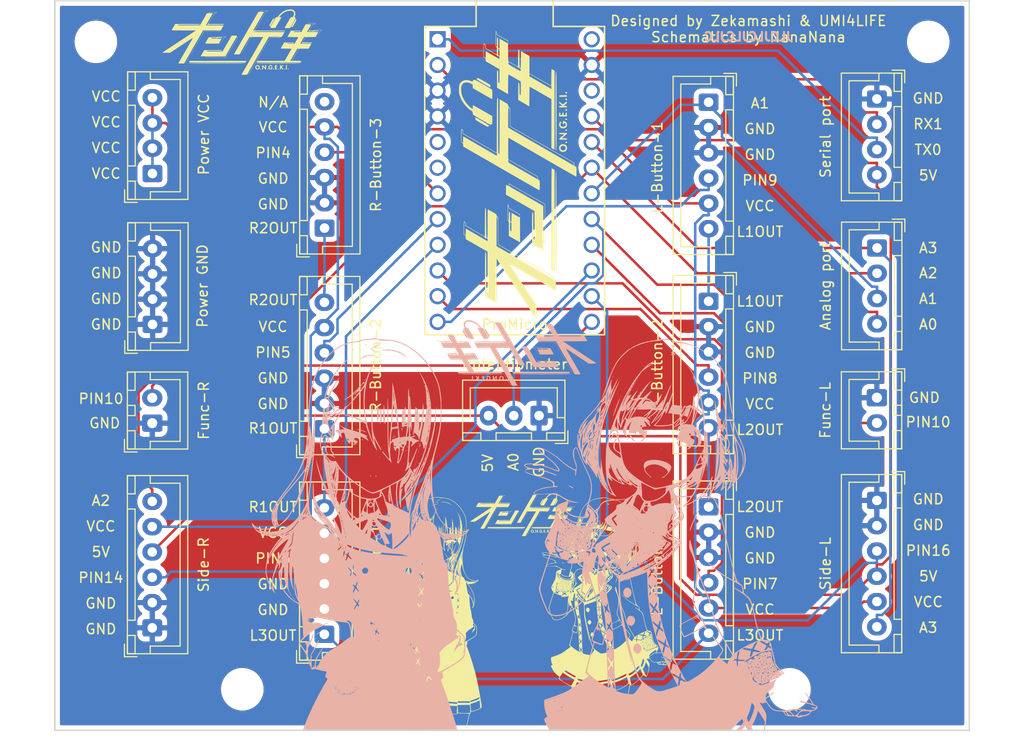
<source format=kicad_pcb>
(kicad_pcb (version 20211014) (generator pcbnew)
  (layers (0 "F.Cu" signal) (31 "B.Cu" signal) (34 "B.Paste" user) (35 "F.Paste" user) (36 "B.SilkS" user "B.Silkscreen") (37 "F.SilkS" user "F.Silkscreen") (38 "B.Mask" user) (39 "F.Mask" user) (44 "Edge.Cuts" user))
  (net 0 "")
  (net 1 "TX0")
  (net 2 "A1")
  (net 3 "EX_VCC")
  (net 4 "PIN9")
  (net 5 "PIN8")
  (net 6 "PIN7")
  (net 7 "PIN6")
  (net 8 "PIN5")
  (net 9 "PIN4")
  (net 10 "L1OUT")
  (net 11 "GND")
  (net 12 "L2OUT")
  (net 13 "L3OUT")
  (net 14 "R1OUT")
  (net 15 "R2OUT")
  (net 16 "A0")
  (net 17 "PIN3")
  (net 18 "PIN10")
  (net 19 "PIN14")
  (net 20 "PIN15")
  (net 21 "A3")
  (net 22 "A2")
  (net 23 "RX1")
  (net 24 "PIN16")
  (net 25 "5V")
  (footprint "Connector_JST:JST_XH_B2B-XH-A_1x02_P2.50mm_Vertical" (layer "F.Cu") (at 118.11 79.375 -90)
    (fp_text reference "Func-L" (at 1.25 5.097 90) (layer "F.SilkS"))
    (fp_text value "Func-L")
    (fp_text user "PIN10" (at 2.413 -5.063 unlocked) (layer "F.SilkS"))
    (fp_text user "GND" (at 0 -4.699 unlocked) (layer "F.SilkS"))
    (pad "1" thru_hole roundrect (at 0 0 270) (size 1.7 2) (drill 1) (layers *.Cu *.Mask) (roundrect_rratio 0.1470588235) (net 11 "GND"))
    (pad "2" thru_hole oval (at 2.5 0 270) (size 1.7 2) (drill 1) (layers *.Cu *.Mask) (net 20 "PIN15"))
  )
  (footprint "Connector_JST:JST_XH_B6B-XH-A_1x06_P2.50mm_Vertical" (layer "F.Cu") (at 118.11 89.535 -90)
    (fp_text reference "Side-L" (at 6.25 5.08 90) (layer "F.SilkS"))
    (fp_text value "Side-L")
    (fp_text user "5V" (at 7.5 -5.08 unlocked) (layer "F.SilkS"))
    (fp_text user "GND" (at 2.42 -5.08 unlocked) (layer "F.SilkS"))
    (fp_text user "PIN16" (at 4.96 -5.08 unlocked) (layer "F.SilkS"))
    (fp_text user "GND" (at -0.12 -5.08 unlocked) (layer "F.SilkS"))
    (fp_text user "VCC" (at 10.04 -5.08 unlocked) (layer "F.SilkS"))
    (fp_text user "A3" (at 12.58 -5.08 unlocked) (layer "F.SilkS"))
    (pad "1" thru_hole roundrect (at 0 0 270) (size 1.7 1.95) (drill 0.95) (layers *.Cu *.Mask) (roundrect_rratio 0.1470588235) (net 11 "GND"))
    (pad "2" thru_hole oval (at 2.5 0 270) (size 1.7 1.95) (drill 0.95) (layers *.Cu *.Mask) (net 11 "GND"))
    (pad "3" thru_hole oval (at 5 0 270) (size 1.7 1.95) (drill 0.95) (layers *.Cu *.Mask) (net 24 "PIN16"))
    (pad "4" thru_hole oval (at 7.5 0 270) (size 1.7 1.95) (drill 0.95) (layers *.Cu *.Mask) (net 25 "5V"))
    (pad "5" thru_hole oval (at 10 0 270) (size 1.7 1.95) (drill 0.95) (layers *.Cu *.Mask) (net 3 "EX_VCC"))
    (pad "6" thru_hole oval (at 12.5 0 270) (size 1.7 1.95) (drill 0.95) (layers *.Cu *.Mask) (net 21 "A3"))
  )
  (footprint "Connector_JST:JST_XH_B4B-XH-A_1x04_P2.50mm_Vertical" (layer "F.Cu") (at 46.482 57.217 90)
    (fp_text reference "Power VCC" (at 3.877 5.08 270) (layer "F.SilkS"))
    (fp_text value "Power VCC")
    (fp_text user "VCC" (at 0 -4.572 unlocked) (layer "F.SilkS"))
    (fp_text user "VCC" (at 5.08 -4.572 unlocked) (layer "F.SilkS"))
    (fp_text user "VCC" (at 2.54 -4.572 unlocked) (layer "F.SilkS"))
    (fp_text user "VCC" (at 7.62 -4.572 unlocked) (layer "F.SilkS"))
    (pad "1" thru_hole roundrect (at 0 0 90) (size 1.7 1.95) (drill 0.95) (layers *.Cu *.Mask) (roundrect_rratio 0.1470588235) (net 3 "EX_VCC"))
    (pad "2" thru_hole oval (at 2.5 0 90) (size 1.7 1.95) (drill 0.95) (layers *.Cu *.Mask) (net 3 "EX_VCC"))
    (pad "3" thru_hole oval (at 5 0 90) (size 1.7 1.95) (drill 0.95) (layers *.Cu *.Mask) (net 3 "EX_VCC"))
    (pad "4" thru_hole oval (at 7.5 0 90) (size 1.7 1.95) (drill 0.95) (layers *.Cu *.Mask) (net 3 "EX_VCC"))
  )
  (footprint "MountingHole:MountingHole_3.2mm_M3" (layer "F.Cu") (at 109.474 108.204)
    (fp_text reference "REF5**" hide)
    (fp_text value "MountingHole_3.2mm_M3")
    (pad "" np_thru_hole circle (at 0 0) (size 3.2 3.2) (drill 3.2) (layers *.Cu *.Mask))
  )
  (footprint "LOGO" (layer "F.Cu") (at 83.058 90.932)
    (fp_text reference "G***" hide)
    (fp_text value "LOGO" hide)
  )
  (footprint "Connector_JST:JST_XH_B6B-XH-A_1x06_P2.50mm_Vertical" (layer "F.Cu") (at 63.483 102.77 90)
    (fp_text reference "R-Button-1" (at 6.25 5.08 90) (layer "F.SilkS"))
    (fp_text value "R-Button-1")
    (fp_text user "GND" (at 2.42 -5.08 unlocked) (layer "F.SilkS"))
    (fp_text user "VCC" (at 10.04 -5.08 unlocked) (layer "F.SilkS"))
    (fp_text user "R1OUT" (at 12.58 -5.08 unlocked) (layer "F.SilkS"))
    (fp_text user "GND" (at 4.96 -5.08 unlocked) (layer "F.SilkS"))
    (fp_text user "PIN6" (at 7.5 -5.08 unlocked) (layer "F.SilkS"))
    (fp_text user "L3OUT" (at -0.12 -5.08 unlocked) (layer "F.SilkS"))
    (pad "2" thru_hole oval (at 2.5 0 90) (size 1.7 1.95) (drill 0.95) (layers *.Cu *.Mask) (net 11 "GND"))
    (pad "3" thru_hole oval (at 5 0 90) (size 1.7 1.95) (drill 0.95) (layers *.Cu *.Mask) (net 11 "GND"))
    (pad "4" thru_hole oval (at 7.5 0 90) (size 1.7 1.95) (drill 0.95) (layers *.Cu *.Mask) (net 7 "PIN6"))
    (pad "5" thru_hole oval (at 10 0 90) (size 1.7 1.95) (drill 0.95) (layers *.Cu *.Mask) (net 3 "EX_VCC"))
    (pad "6" thru_hole oval (at 12.5 0 90) (size 1.7 1.95) (drill 0.95) (layers *.Cu *.Mask) (net 14 "R1OUT"))
    (pad "L3OUT" thru_hole roundrect (at 0 0 90) (size 1.7 1.95) (drill 0.95) (layers *.Cu *.Mask) (roundrect_rratio 0.1470588235) (net 13 "L3OUT"))
  )
  (footprint "Connector_JST:JST_XH_B6B-XH-A_1x06_P2.50mm_Vertical" (layer "F.Cu") (at 46.465 102.135 90)
    (fp_text reference "Side-R" (at 6.25 5.08 90) (layer "F.SilkS"))
    (fp_text value "Side-R")
    (fp_text user "GND" (at 2.42 -5.08 unlocked) (layer "F.SilkS"))
    (fp_text user "GND" (at -0.12 -5.08 unlocked) (layer "F.SilkS"))
    (fp_text user "PIN14" (at 4.96 -5.08 unlocked) (layer "F.SilkS"))
    (fp_text user "VCC" (at 10.04 -5.08 unlocked) (layer "F.SilkS"))
    (fp_text user "A2" (at 12.58 -5.08 unlocked) (layer "F.SilkS"))
    (fp_text user "5V" (at 7.5 -5.08 unlocked) (layer "F.SilkS"))
    (pad "1" thru_hole roundrect (at 0 0 90) (size 1.7 1.95) (drill 0.95) (layers *.Cu *.Mask) (roundrect_rratio 0.1470588235) (net 11 "GND"))
    (pad "2" thru_hole oval (at 2.5 0 90) (size 1.7 1.95) (drill 0.95) (layers *.Cu *.Mask) (net 11 "GND"))
    (pad "3" thru_hole oval (at 5 0 90) (size 1.7 1.95) (drill 0.95) (layers *.Cu *.Mask) (net 19 "PIN14"))
    (pad "4" thru_hole oval (at 7.5 0 90) (size 1.7 1.95) (drill 0.95) (layers *.Cu *.Mask) (net 25 "5V"))
    (pad "5" thru_hole oval (at 10 0 90) (size 1.7 1.95) (drill 0.95) (layers *.Cu *.Mask) (net 3 "EX_VCC"))
    (pad "6" thru_hole oval (at 12.5 0 90) (size 1.7 1.95) (drill 0.95) (layers *.Cu *.Mask) (net 22 "A2"))
  )
  (footprint "Library:ProMicro-EnforcedTop" (layer "F.Cu") (at 82.296 57.912 -90)
    (fp_text reference "ProMicro" (at 14.224 0 180) (layer "F.SilkS"))
    (fp_text value "ProMicro")
    (pad "2" thru_hole circle locked (at -3.81 7.62 270) (size 1.6 1.6) (drill 1.1) (layers *.Cu "B.Mask"))
    (pad "3" thru_hole circle locked (at -1.27 7.62 270) (size 1.6 1.6) (drill 1.1) (layers *.Cu "B.Mask") (net 17 "PIN3"))
    (pad "4" thru_hole circle locked (at 1.27 7.62 270) (size 1.6 1.6) (drill 1.1) (layers *.Cu "B.Mask") (net 9 "PIN4"))
    (pad "5" thru_hole circle locked (at 3.81 7.62 270) (size 1.6 1.6) (drill 1.1) (layers *.Cu "B.Mask") (net 8 "PIN5"))
    (pad "5V" thru_hole circle locked (at -6.35 -7.62 270) (size 1.6 1.6) (drill 1.1) (layers *.Cu "B.Mask") (net 25 "5V"))
    (pad "6" thru_hole circle locked (at 6.35 7.62 270) (size 1.6 1.6) (drill 1.1) (layers *.Cu "B.Mask") (net 7 "PIN6"))
    (pad "7" thru_hole circle locked (at 8.89 7.62 270) (size 1.6 1.6) (drill 1.1) (layers *.Cu "B.Mask") (net 6 "PIN7"))
    (pad "9" thru_hole circle locked (at 13.97 7.62 270) (size 1.6 1.6) (drill 1.1) (layers *.Cu "B.Mask") (net 4 "PIN9"))
    (pad "10" thru_hole circle locked (at 13.97 -7.62 270) (size 1.6 1.6) (drill 1.1) (layers *.Cu "B.Mask") (net 18 "PIN10"))
    (pad "14" thru_hole circle locked (at 8.89 -7.62 270) (size 1.6 1.6) (drill 1.1) (layers *.Cu "B.Mask") (net 19 "PIN14"))
    (pad "15" thru_hole circle locked (at 6.35 -7.62 270) (size 1.6 1.6) (drill 1.1) (layers *.Cu "B.Mask") (net 20 "PIN15"))
    (pad "16" thru_hole circle locked (at 11.43 -7.62 270) (size 1.6 1.6) (drill 1.1) (layers *.Cu "B.Mask") (net 24 "PIN16"))
    (pad "A0" thru_hole circle locked (at 3.81 -7.62 270) (size 1.6 1.6) (drill 1.1) (layers *.Cu "B.Mask") (net 16 "A0"))
    (pad "A1" thru_hole circle locked (at 1.27 -7.62 270) (size 1.6 1.6) (drill 1.1) (layers *.Cu "B.Mask") (net 2 "A1"))
    (pad "A2" thru_hole circle locked (at -1.27 -7.62 270) (size 1.6 1.6) (drill 1.1) (layers *.Cu "B.Mask") (net 22 "A2"))
    (pad "A3" thru_hole circle locked (at -3.81 -7.62 270) (size 1.6 1.6) (drill 1.1) (layers *.Cu "B.Mask") (net 21 "A3"))
    (pad "GND" thru_hole circle locked (at -8.89 7.62 270) (size 1.6 1.6) (drill 1.1) (layers *.Cu "B.Mask") (net 11 "GND"))
    (pad "GND" thru_hole circle locked (at -6.35 7.62 270) (size 1.6 1.6) (drill 1.1) (layers *.Cu "B.Mask") (net 11 "GND"))
    (pad "GND" thru_hole circle locked (at -11.43 -7.62 270) (size 1.6 1.6) (drill 1.1) (layers *.Cu "B.Mask") (net 11 "GND"))
    (pad "PIN8" thru_hole circle locked (at 11.43 7.62 270) (size 1.6 1.6) (drill 1.1) (layers *.Cu "B.Mask") (net 5 "PIN8"))
    (pad "RAW" thru_hole circle locked (at -13.97 -7.62 270) (size 1.6 1.6) (drill 1.1) (layers *.Cu "B.Mask"))
    (pad "RST" thru_hole circle locked (at -8.89 -7.62 270) (size 1.6 1.6) (drill 1.1) (layers *.Cu "B.Mask"))
    (pad "RX1" thru_hole circle locked (at -11.43 7.62 270) (size 1.6 1.6) (drill 1.1) (layers *.Cu "B.Mask") (net 23 "RX1"))
    (pad "TX0" thru_hole rect locked (at -13.97 7.62 270) (size 1.6 1.6) (drill 1.1) (layers *.Cu "B.Mask") (net 1 "TX0"))
  )
  (footprint "Connector_JST:JST_XH_B3B-XH-A_1x03_P2.50mm_Vertical" (layer "F.Cu") (at 84.709 81.153 180)
    (fp_text reference "Potentiometer" (at 2.413 5.08) (layer "F.SilkS"))
    (fp_text value "Potentiometer")
    (fp_text user "GND" (at 0 -4.572 90 unlocked) (layer "F.SilkS"))
    (fp_text user "5V" (at 5.08 -4.699 90 unlocked) (layer "F.SilkS"))
    (fp_text user "A0" (at 2.54 -4.572 90 unlocked) (layer "F.SilkS"))
    (pad "2" thru_hole oval (at 2.5 0 180) (size 1.7 1.95) (drill 0.95) (layers *.Cu *.Mask) (net 16 "A0"))
    (pad "3" thru_hole oval (at 5 0 180) (size 1.7 1.95) (drill 0.95) (layers *.Cu *.Mask) (net 25 "5V"))
    (pad "gn" thru_hole roundrect (at 0 0 180) (size 1.7 1.95) (drill 0.95) (layers *.Cu *.Mask) (roundrect_rratio 0.1470588235) (net 11 "GND"))
  )
  (footprint "Connector_JST:JST_XH_B6B-XH-A_1x06_P2.50mm_Vertical" (layer "F.Cu") (at 101.473 50.165 -90)
    (fp_text reference "L-Button-1" (at 6.45 5.08 90) (layer "F.SilkS"))
    (fp_text value "L-Button-1")
    (fp_text user "GND" (at 5.18 -5.08 unlocked) (layer "F.SilkS"))
    (fp_text user "A1" (at 0.1 -5.08 unlocked) (layer "F.SilkS"))
    (fp_text user "PIN9" (at 7.72 -5.08 unlocked) (layer "F.SilkS"))
    (fp_text user "L1OUT" (at 12.8 -5.08 unlocked) (layer "F.SilkS"))
    (fp_text user "VCC" (at 10.26 -5.08 unlocked) (layer "F.SilkS"))
    (fp_text user "GND" (at 2.64 -5.08 unlocked) (layer "F.SilkS"))
    (pad "1" thru_hole roundrect (at 0 0 270) (size 1.7 1.95) (drill 0.95) (layers *.Cu *.Mask) (roundrect_rratio 0.1470588235) (net 2 "A1"))
    (pad "2" thru_hole oval (at 2.5 0 270) (size 1.7 1.95) (drill 0.95) (layers *.Cu *.Mask) (net 11 "GND"))
    (pad "3" thru_hole oval (at 5 0 270) (size 1.7 1.95) (drill 0.95) (layers *.Cu *.Mask) (net 11 "GND"))
    (pad "4" thru_hole oval (at 7.5 0 270) (size 1.7 1.95) (drill 0.95) (layers *.Cu *.Mask) (net 4 "PIN9"))
    (pad "5" thru_hole oval (at 10 0 270) (size 1.7 1.95) (drill 0.95) (layers *.Cu *.Mask) (net 3 "EX_VCC"))
    (pad "6" thru_hole oval (at 12.5 0 270) (size 1.7 1.95) (drill 0.95) (layers *.Cu *.Mask) (net 10 "L1OUT"))
  )
  (footprint "MountingHole:MountingHole_3.2mm_M3" (layer "F.Cu") (at 40.894 44.196)
    (fp_text reference "REF1**" hide)
    (fp_text value "MountingHole_3.2mm_M3")
    (pad "" np_thru_hole circle (at 0 0) (size 3.2 3.2) (drill 3.2) (layers *.Cu *.Mask))
  )
  (footprint "Connector_JST:JST_XH_B6B-XH-A_1x06_P2.50mm_Vertical" (layer "F.Cu") (at 63.5 62.611 90)
    (fp_text reference "R-Button-3" (at 6.25 5.08 270) (layer "F.SilkS"))
    (fp_text value "R-Button-3")
    (fp_text user "R2OUT" (at 0 -5.08 unlocked) (layer "F.SilkS"))
    (fp_text user "VCC" (at 9.98 -5.08 unlocked) (layer "F.SilkS"))
    (fp_text user "N/A" (at 12.446 -5.08 unlocked) (layer "F.SilkS"))
    (fp_text user "GND" (at 2.36 -5.08 unlocked) (layer "F.SilkS"))
    (fp_text user "GND" (at 4.9 -5.08 unlocked) (layer "F.SilkS"))
    (fp_text user "PIN4" (at 7.44 -5.08 unlocked) (layer "F.SilkS"))
    (pad "1" thru_hole roundrect (at 0 0 90) (size 1.7 1.95) (drill 0.95) (layers *.Cu *.Mask) (roundrect_rratio 0.1470588235) (net 15 "R2OUT"))
    (pad "2" thru_hole oval (at 2.5 0 90) (size 1.7 1.95) (drill 0.95) (layers *.Cu *.Mask) (net 11 "GND"))
    (pad "3" thru_hole oval (at 5 0 90) (size 1.7 1.95) (drill 0.95) (layers *.Cu *.Mask) (net 11 "GND"))
    (pad "4" thru_hole oval (at 7.5 0 90) (size 1.7 1.95) (drill 0.95) (layers *.Cu *.Mask) (net 9 "PIN4"))
    (pad "5" thru_hole oval (at 10 0 90) (size 1.7 1.95) (drill 0.95) (layers *.Cu *.Mask) (net 3 "EX_VCC"))
    (pad "6" thru_hole oval (at 12.5 0 90) (size 1.7 1.95) (drill 0.95) (layers *.Cu *.Mask))
  )
  (footprint "LOGO" (layer "F.Cu") (at 82.55 57.404 90)
    (fp_text reference "ongeki-front-lg" hide)
    (fp_text value "LOGO" hide)
  )
  (footprint "MountingHole:MountingHole_3.2mm_M3" (layer "F.Cu") (at 55.372 108.204)
    (fp_text reference "REF4**" hide)
    (fp_text value "MountingHole_3.2mm_M3")
    (pad "" np_thru_hole circle (at 0 0) (size 3.2 3.2) (drill 3.2) (layers *.Cu *.Mask))
  )
  (footprint "MountingHole:MountingHole_3.2mm_M3" (layer "F.Cu") (at 123.19 44.196)
    (fp_text reference "REF2**" hide)
    (fp_text value "MountingHole_3.2mm_M3")
    (pad "" np_thru_hole circle (at 0 0) (size 3.2 3.2) (drill 3.2) (layers *.Cu *.Mask))
  )
  (footprint "Connector_JST:JST_XH_B6B-XH-A_1x06_P2.50mm_Vertical" (layer "F.Cu") (at 63.483 82.45 90)
    (fp_text reference "R-Button-2" (at 6.25 5.08 90) (layer "F.SilkS"))
    (fp_text value "R-Button-2")
    (fp_text user "VCC" (at 10.08 -5.08 unlocked) (layer "F.SilkS"))
    (fp_text user "R1OUT" (at 0.04 -5.08 unlocked) (layer "F.SilkS"))
    (fp_text user "GND" (at 5 -5.08 unlocked) (layer "F.SilkS"))
    (fp_text user "GND" (at 2.46 -5.08 unlocked) (layer "F.SilkS"))
    (fp_text user "PIN5" (at 7.54 -5.08 unlocked) (layer "F.SilkS"))
    (fp_text user "R2OUT" (at 12.74 -5.08 unlocked) (layer "F.SilkS"))
    (pad "1" thru_hole roundrect (at 0 0 90) (size 1.7 1.95) (drill 0.95) (layers *.Cu *.Mask) (roundrect_rratio 0.1470588235) (net 14 "R1OUT"))
    (pad "2" thru_hole oval (at 2.5 0 90) (size 1.7 1.95) (drill 0.95) (layers *.Cu *.Mask) (net 11 "GND"))
    (pad "3" thru_hole oval (at 5 0 90) (size 1.7 1.95) (drill 0.95) (layers *.Cu *.Mask) (net 11 "GND"))
    (pad "4" thru_hole oval (at 7.5 0 90) (size 1.7 1.95) (drill 0.95) (layers *.Cu *.Mask) (net 8 "PIN5"))
    (pad "5" thru_hole oval (at 10 0 90) (size 1.7 1.95) (drill 0.95) (layers *.Cu *.Mask) (net 3 "EX_VCC"))
    (pad "6" thru_hole oval (at 12.5 0 90) (size 1.7 1.95) (drill 0.95) (layers *.Cu *.Mask) (net 15 "R2OUT"))
  )
  (footprint "Connector_JST:JST_XH_B4B-XH-A_1x04_P2.50mm_Vertical" (layer "F.Cu") (at 46.499 72.136 90)
    (fp_text reference "Power GND" (at 3.81 4.936 270) (layer "F.SilkS"))
    (fp_text value "Power GND")
    (fp_text user "GND" (at 5.08 -4.589 unlocked) (layer "F.SilkS"))
    (fp_text user "GND" (at 0 -4.589 unlocked) (layer "F.SilkS"))
    (fp_text user "GND" (at 7.62 -4.589 unlocked) (layer "F.SilkS"))
    (fp_text user "GND" (at 2.54 -4.589 unlocked) (layer "F.SilkS"))
    (pad "1" thru_hole roundrect (at 0 0 90) (size 1.7 1.95) (drill 0.95) (layers *.Cu *.Mask) (roundrect_rratio 0.1470588235) (net 11 "GND"))
    (pad "2" thru_hole oval (at 2.5 0 90) (size 1.7 1.95) (drill 0.95) (layers *.Cu *.Mask) (net 11 "GND"))
    (pad "3" thru_hole oval (at 5 0 90) (size 1.7 1.95) (drill 0.95) (layers *.Cu *.Mask) (net 11 "GND"))
    (pad "4" thru_hole oval (at 7.5 0 90) (size 1.7 1.95) (drill 0.95) (layers *.Cu *.Mask) (net 11 "GND"))
  )
  (footprint "Connector_JST:JST_XH_B4B-XH-A_1x04_P2.50mm_Vertical" (layer "F.Cu") (at 118.127 64.576 -90)
    (fp_text reference "Analog port" (at 3.75 5.097 90) (layer "F.SilkS"))
    (fp_text value "Analog port")
    (fp_text user "A2" (at 2.48 -5.063 unlocked) (layer "F.SilkS"))
    (fp_text user "A0" (at 7.56 -5.063 unlocked) (layer "F.SilkS"))
    (fp_text user "A3" (at 0 -5.063 unlocked) (layer "F.SilkS"))
    (fp_text user "A1" (at 5.02 -5.063 unlocked) (layer "F.SilkS"))
    (pad "1" thru_hole roundrect (at 0 0 270) (size 1.7 1.95) (drill 0.95) (layers *.Cu *.Mask) (roundrect_rratio 0.1470588235) (net 21 "A3"))
    (pad "2" thru_hole oval (at 2.5 0 270) (size 1.7 1.95) (drill 0.95) (layers *.Cu *.Mask) (net 22 "A2"))
    (pad "3" thru_hole oval (at 5 0 270) (size 1.7 1.95) (drill 0.95) (layers *.Cu *.Mask) (net 2 "A1"))
    (pad "4" thru_hole oval (at 7.5 0 270) (size 1.7 1.95) (drill 0.95) (layers *.Cu *.Mask) (net 16 "A0"))
  )
  (footprint "LOGO" (layer "F.Cu") (at 91.44 100.584)
    (fp_text reference "akari-front" hide)
    (fp_text value "LOGO" hide)
  )
  (footprint "Connector_JST:JST_XH_B4B-XH-A_1x04_P2.50mm_Vertical" (layer "F.Cu") (at 118.11 49.844 -90)
    (fp_text reference "Serial port" (at 3.75 5.08 90) (layer "F.SilkS"))
    (fp_text value "Serial port")
    (fp_text user "RX1" (at 2.48 -5.063 unlocked) (layer "F.SilkS"))
    (fp_text user "5V" (at 7.56 -5.063 unlocked) (layer "F.SilkS"))
    (fp_text user "GND" (at -0.06 -5.063 unlocked) (layer "F.SilkS"))
    (fp_text user "TX0" (at 5.02 -5.063 unlocked) (layer "F.SilkS"))
    (pad "1" thru_hole roundrect (at 0 0 270) (size 1.7 1.95) (drill 0.95) (layers *.Cu *.Mask) (roundrect_rratio 0.1470588235) (net 11 "GND"))
    (pad "2" thru_hole oval (at 2.5 0 270) (size 1.7 1.95) (drill 0.95) (layers *.Cu *.Mask) (net 23 "RX1"))
    (pad "3" thru_hole oval (at 5 0 270) (size 1.7 1.95) (drill 0.95) (layers *.Cu *.Mask) (net 1 "TX0"))
    (pad "4" thru_hole oval (at 7.5 0 270) (size 1.7 1.95) (drill 0.95) (layers *.Cu *.Mask) (net 25 "5V"))
  )
  (footprint "LOGO" (layer "F.Cu") (at 55.372 44.196)
    (fp_text reference "ongeki-front-sm" hide)
    (fp_text value "LOGO" hide)
  )
  (footprint "Connector_JST:JST_XH_B2B-XH-A_1x02_P2.50mm_Vertical" (layer "F.Cu") (at 46.465 81.895 90)
    (fp_text reference "Func-R" (at 1.25 5.097 90) (layer "F.SilkS"))
    (fp_text value "Func-R")
    (fp_text user "PIN10" (at 2.413 -5.063 unlocked) (layer "F.SilkS"))
    (fp_text user "GND" (at 0 -4.699 unlocked) (layer "F.SilkS"))
    (pad "1" thru_hole roundrect (at 0 0 90) (size 1.7 2) (drill 1) (layers *.Cu *.Mask) (roundrect_rratio 0.1470588235) (net 11 "GND"))
    (pad "2" thru_hole oval (at 2.5 0 90) (size 1.7 2) (drill 1) (layers *.Cu *.Mask) (net 18 "PIN10"))
  )
  (footprint "Connector_JST:JST_XH_B6B-XH-A_1x06_P2.50mm_Vertical" (layer "F.Cu") (at 101.473 90.17 -90)
    (fp_text reference "L-Button-3" (at 6.25 5.08 90) (layer "F.SilkS"))
    (fp_text value "L-Button-3")
    (fp_text user "GND" (at 2.54 -5.08 unlocked) (layer "F.SilkS"))
    (fp_text user "VCC" (at 10.16 -5.08 unlocked) (layer "F.SilkS"))
    (fp_text user "L3OUT" (at 12.7 -5.08 unlocked) (layer "F.SilkS"))
    (fp_text user "PIN7" (at 7.62 -5.08 unlocked) (layer "F.SilkS"))
    (fp_text user "L2OUT" (at 0 -5.08 unlocked) (layer "F.SilkS"))
    (fp_text user "GND" (at 5.08 -5.08 unlocked) (layer "F.SilkS"))
    (pad "1" thru_hole roundrect (at 0 0 270) (size 1.7 1.95) (drill 0.95) (layers *.Cu *.Mask) (roundrect_rratio 0.1470588235) (net 12 "L2OUT"))
    (pad "2" thru_hole oval (at 2.5 0 270) (size 1.7 1.95) (drill 0.95) (layers *.Cu *.Mask) (net 11 "GND"))
    (pad "3" thru_hole oval (at 5 0 270) (size 1.7 1.95) (drill 0.95) (layers *.Cu *.Mask) (net 11 "GND"))
    (pad "4" thru_hole oval (at 7.5 0 270) (size 1.7 1.95) (drill 0.95) (layers *.Cu *.Mask) (net 6 "PIN7"))
    (pad "5" thru_hole oval (at 10 0 270) (size 1.7 1.95) (drill 0.95) (layers *.Cu *.Mask) (net 3 "EX_VCC"))
    (pad "6" thru_hole oval (at 12.5 0 270) (size 1.7 1.95) (drill 0.95) (layers *.Cu *.Mask) (net 13 "L3OUT"))
  )
  (footprint "Connector_JST:JST_XH_B6B-XH-A_1x06_P2.50mm_Vertical" (layer "F.Cu") (at 101.473 69.85 -90)
    (fp_text reference "L-Button-2" (at 6.35 5.08 90) (layer "F.SilkS"))
    (fp_text value "L-Button-2")
    (fp_text user "VCC" (at 10.16 -5.08 unlocked) (layer "F.SilkS"))
    (fp_text user "GND" (at 5.08 -5.08 unlocked) (layer "F.SilkS"))
    (fp_text user "L1OUT" (at 0 -5.08 unlocked) (layer "F.SilkS"))
    (fp_text user "GND" (at 2.54 -5.08 unlocked) (layer "F.SilkS"))
    (fp_text user "L2OUT" (at 12.7 -5.08 unlocked) (layer "F.SilkS"))
    (fp_text user "PIN8" (at 7.62 -5.08 unlocked) (layer "F.SilkS"))
    (pad "1" thru_hole roundrect (at 0 0 270) (size 1.7 1.95) (drill 0.95) (layers *.Cu *.Mask) (roundrect_rratio 0.1470588235) (net 10 "L1OUT"))
    (pad "2" thru_hole oval (at 2.5 0 270) (size 1.7 1.95) (drill 0.95) (layers *.Cu *.Mask) (net 11 "GND"))
    (pad "3" thru_hole oval (at 5 0 270) (size 1.7 1.95) (drill 0.95) (layers *.Cu *.Mask) (net 11 "GND"))
    (pad "4" thru_hole oval (at 7.5 0 270) (size 1.7 1.95) (drill 0.95) (layers *.Cu *.Mask) (net 5 "PIN8"))
    (pad "5" thru_hole oval (at 10 0 270) (size 1.7 1.95) (drill 0.95) (layers *.Cu *.Mask) (net 3 "EX_VCC"))
    (pad "6" thru_hole oval (at 12.5 0 270) (size 1.7 1.95) (drill 0.95) (layers *.Cu *.Mask) (net 12 "L2OUT"))
  )
  (footprint "LOGO" (layer "F.Cu") (at 74.168 100.584)
    (fp_text reference "setsuna-front" hide)
    (fp_text value "LOGO" hide)
  )
  (footprint "LOGO" (layer "B.Cu") (at 67.31 92.71 180)
    (fp_text reference "setsuba-back" hide)
    (fp_text value "LOGO" hide)
  )
  (footprint "LOGO" (layer "B.Cu") (at 82.49 74.93 180)
    (fp_text reference "ongeki-back" hide)
    (fp_text value "LOGO" hide)
  )
  (footprint "LOGO" (layer "B.Cu") (at 97.79 92.71 180)
    (fp_text reference "akari-back" hide)
    (fp_text value "LOGO" hide)
  )
  (gr_rect (start 36.83 40.132) (end 127.254 112.268) (layer "Edge.Cuts") (width 0.15) (fill none))
  (gr_text "JLCJLCJLCJLC" (at 105.41 43.688) (layer "B.SilkS") (effects (font (size 0.85 0.85) (thickness 0.2125)) (justify mirror)))
  (gr_text "Designed by Zekamashi & UMI4LIFE\nSchematics by NanaNana" (at 105.41 42.926) (layer "F.SilkS") (effects (font (size 1 1))))
  (segment (start 118.11 54.844) (end 118.11 53.6687) (width 0.25) (layer "B.Cu") (net 1))
  (segment (start 74.676 43.942) (end 75.8013 43.942) (width 0.25) (layer "B.Cu") (net 1))
  (segment (start 116.9347 53.6687) (end 108.3333 45.0673) (width 0.25) (layer "B.Cu") (net 1))
  (segment (start 108.3333 45.0673) (end 76.9266 45.0673) (width 0.25) (layer "B.Cu") (net 1))
  (segment (start 118.11 53.6687) (end 116.9347 53.6687) (width 0.25) (layer "B.Cu") (net 1))
  (segment (start 76.9266 45.0673) (end 75.8013 43.942) (width 0.25) (layer "B.Cu") (net 1))
  (segment (start 118.127 68.4007) (end 117.6128 68.4007) (width 0.25) (layer "B.Cu") (net 2))
  (segment (start 101.473 50.4228) (end 101.473 50.165) (width 0.25) (layer "B.Cu") (net 2))
  (segment (start 118.127 69.576) (end 118.127 68.4007) (width 0.25) (layer "B.Cu") (net 2))
  (segment (start 117.6128 68.4007) (end 102.7976 53.5855) (width 0.25) (layer "B.Cu") (net 2))
  (segment (start 101.473 50.4228) (end 98.6752 50.4228) (width 0.25) (layer "B.Cu") (net 2))
  (segment (start 102.7976 51.7474) (end 101.473 50.4228) (width 0.25) (layer "B.Cu") (net 2))
  (segment (start 98.6752 50.4228) (end 89.916 59.182) (width 0.25) (layer "B.Cu") (net 2))
  (segment (start 102.7976 53.5855) (end 102.7976 51.7474) (width 0.25) (layer "B.Cu") (net 2))
  (segment (start 46.482 52.217) (end 46.482 50.8923) (width 0.25) (layer "F.Cu") (net 3))
  (segment (start 97.8821 60.165) (end 90.5491 52.832) (width 0.25) (layer "F.Cu") (net 3))
  (segment (start 65.0213 52.832) (end 64.8003 52.611) (width 0.25) (layer "F.Cu") (net 3))
  (segment (start 64.0157 52.611) (end 64.8003 52.611) (width 0.25) (layer "F.Cu") (net 3))
  (segment (start 116.1747 100.17) (end 116.8097 99.535) (width 0.25) (layer "F.Cu") (net 3))
  (segment (start 64.0157 52.611) (end 63.5 52.611) (width 0.25) (layer "F.Cu") (net 3))
  (segment (start 90.5491 52.832) (end 65.0213 52.832) (width 0.25) (layer "F.Cu") (net 3))
  (segment (start 63.5 52.611) (end 48.1763 52.611) (width 0.25) (layer "F.Cu") (net 3))
  (segment (start 46.482 49.717) (end 46.482 50.8923) (width 0.25) (layer "F.Cu") (net 3))
  (segment (start 101.473 100.17) (end 116.1747 100.17) (width 0.25) (layer "F.Cu") (net 3))
  (segment (start 118.11 99.535) (end 116.8097 99.535) (width 0.25) (layer "F.Cu") (net 3))
  (segment (start 101.473 60.165) (end 97.8821 60.165) (width 0.25) (layer "F.Cu") (net 3))
  (segment (start 48.1763 52.611) (end 47.7823 52.217) (width 0.25) (layer "F.Cu") (net 3))
  (segment (start 46.482 52.217) (end 47.7823 52.217) (width 0.25) (layer "F.Cu") (net 3))
  (segment (start 47.7653 92.135) (end 62.1344 92.135) (width 0.25) (layer "B.Cu") (net 3))
  (segment (start 100.9588 78.6747) (end 100.1484 77.8643) (width 0.25) (layer "B.Cu") (net 3))
  (segment (start 63.5 53.7863) (end 64.0142 53.7863) (width 0.25) (layer "B.Cu") (net 3))
  (segment (start 46.482 52.217) (end 46.482 54.717) (width 0.25) (layer "B.Cu") (net 3))
  (segment (start 64.0142 53.7863) (end 64.8162 54.5883) (width 0.25) (layer "B.Cu") (net 3))
  (segment (start 64.8162 70.5858) (end 63.483 71.919) (width 0.25) (layer "B.Cu") (net 3))
  (segment (start 62.1344 92.135) (end 62.2384 92.239) (width 0.25) (layer "B.Cu") (net 3))
  (segment (start 100.9588 61.3403) (end 101.473 61.3403) (width 0.25) (layer "B.Cu") (net 3))
  (segment (start 101.473 79.85) (end 101.473 78.6747) (width 0.25) (layer "B.Cu") (net 3))
  (segment (start 63.483 92.77) (end 63.483 92.239) (width 0.25) (layer "B.Cu") (net 3))
  (segment (start 100.1484 98.1843) (end 100.1484 81.8357) (width 0.25) (layer "B.Cu") (net 3))
  (segment (start 100.1484 81.8357) (end 100.9588 81.0253) (width 0.25) (layer "B.Cu") (net 3))
  (segment (start 100.9588 98.9947) (end 100.1484 98.1843) (width 0.25) (layer "B.Cu") (net 3))
  (segment (start 62.2384 92.239) (end 63.483 92.239) (width 0.25) (layer "B.Cu") (net 3))
  (segment (start 46.482 54.717) (end 46.482 57.217) (width 0.25) (layer "B.Cu") (net 3))
  (segment (start 101.473 98.9947) (end 100.9588 98.9947) (width 0.25) (layer "B.Cu") (net 3))
  (segment (start 63.483 72.45) (end 63.483 71.919) (width 0.25) (layer "B.Cu") (net 3))
  (segment (start 62.1344 73.2676) (end 62.1344 92.135) (width 0.25) (layer "B.Cu") (net 3))
  (segment (start 101.473 79.85) (end 101.473 81.0253) (width 0.25) (layer "B.Cu") (net 3))
  (segment (start 100.1484 77.8643) (end 100.1484 62.1507) (width 0.25) (layer "B.Cu") (net 3))
  (segment (start 101.473 60.165) (end 101.473 61.3403) (width 0.25) (layer "B.Cu") (net 3))
  (segment (start 46.465 92.135) (end 47.7653 92.135) (width 0.25) (layer "B.Cu") (net 3))
  (segment (start 63.5 52.611) (end 63.5 53.7863) (width 0.25) (layer "B.Cu") (net 3))
  (segment (start 101.473 78.6747) (end 100.9588 78.6747) (width 0.25) (layer "B.Cu") (net 3))
  (segment (start 100.9588 81.0253) (end 101.473 81.0253) (width 0.25) (layer "B.Cu") (net 3))
  (segment (start 64.8162 54.5883) (end 64.8162 70.5858) (width 0.25) (layer "B.Cu") (net 3))
  (segment (start 101.473 100.17) (end 101.473 98.9947) (width 0.25) (layer "B.Cu") (net 3))
  (segment (start 100.1484 62.1507) (end 100.9588 61.3403) (width 0.25) (layer "B.Cu") (net 3))
  (segment (start 63.483 71.919) (end 62.1344 73.2676) (width 0.25) (layer "B.Cu") (net 3))
  (segment (start 100.2977 58.8403) (end 98.686 60.452) (width 0.25) (layer "B.Cu") (net 4))
  (segment (start 75.9912 71.882) (end 74.676 71.882) (width 0.25) (layer "B.Cu") (net 4))
  (segment (start 98.686 60.452) (end 87.4212 60.452) (width 0.25) (layer "B.Cu") (net 4))
  (segment (start 101.473 58.8403) (end 100.2977 58.8403) (width 0.25) (layer "B.Cu") (net 4))
  (segment (start 101.473 57.665) (end 101.473 58.8403) (width 0.25) (layer "B.Cu") (net 4))
  (segment (start 87.4212 60.452) (end 75.9912 71.882) (width 0.25) (layer "B.Cu") (net 4))
  (segment (start 101.473 77.35) (end 101.473 76.1747) (width 0.25) (layer "F.Cu") (net 5))
  (segment (start 74.676 69.342) (end 75.946 70.612) (width 0.25) (layer "F.Cu") (net 5))
  (segment (start 75.946 70.612) (end 94.735 70.612) (width 0.25) (layer "F.Cu") (net 5))
  (segment (start 100.2977 76.1747) (end 101.473 76.1747) (width 0.25) (layer "F.Cu") (net 5))
  (segment (start 94.735 70.612) (end 100.2977 76.1747) (width 0.25) (layer "F.Cu") (net 5))
  (segment (start 102.7951 95.6868) (end 102.7951 74.3529) (width 0.25) (layer "F.Cu") (net 6))
  (segment (start 102.0422 73.6) (end 98.4885 73.6) (width 0.25) (layer "F.Cu") (net 6))
  (segment (start 75.946 68.072) (end 74.676 66.802) (width 0.25) (layer "F.Cu") (net 6))
  (segment (start 92.9605 68.072) (end 75.946 68.072) (width 0.25) (layer "F.Cu") (net 6))
  (segment (start 101.473 97.67) (end 101.473 96.4947) (width 0.25) (layer "F.Cu") (net 6))
  (segment (start 102.7951 74.3529) (end 102.0422 73.6) (width 0.25) (layer "F.Cu") (net 6))
  (segment (start 101.473 96.4947) (end 101.9872 96.4947) (width 0.25) (layer "F.Cu") (net 6))
  (segment (start 98.4885 73.6) (end 92.9605 68.072) (width 0.25) (layer "F.Cu") (net 6))
  (segment (start 101.9872 96.4947) (end 102.7951 95.6868) (width 0.25) (layer "F.Cu") (net 6))
  (segment (start 65.622 92.4699) (end 63.9972 94.0947) (width 0.25) (layer "B.Cu") (net 7))
  (segment (start 63.483 95.27) (end 63.483 94.0947) (width 0.25) (layer "B.Cu") (net 7))
  (segment (start 65.622 73.316) (end 65.622 92.4699) (width 0.25) (layer "B.Cu") (net 7))
  (segment (start 74.676 64.262) (end 65.622 73.316) (width 0.25) (layer "B.Cu") (net 7))
  (segment (start 63.9972 94.0947) (end 63.483 94.0947) (width 0.25) (layer "B.Cu") (net 7))
  (segment (start 63.9972 73.7747) (end 64.7834 72.9885) (width 0.25) (layer "B.Cu") (net 8))
  (segment (start 64.7834 71.6146) (end 74.676 61.722) (width 0.25) (layer "B.Cu") (net 8))
  (segment (start 63.483 73.7747) (end 63.9972 73.7747) (width 0.25) (layer "B.Cu") (net 8))
  (segment (start 64.7834 72.9885) (end 64.7834 71.6146) (width 0.25) (layer "B.Cu") (net 8))
  (segment (start 63.483 74.95) (end 63.483 73.7747) (width 0.25) (layer "B.Cu") (net 8))
  (segment (start 70.605 55.111) (end 74.676 59.182) (width 0.25) (layer "F.Cu") (net 9))
  (segment (start 63.5 55.111) (end 70.605 55.111) (width 0.25) (layer "F.Cu") (net 9))
  (segment (start 101.473 69.85) (end 101.473 62.665) (width 0.25) (layer "B.Cu") (net 10))
  (segment (start 101.473 82.35) (end 101.473 90.17) (width 0.25) (layer "B.Cu") (net 12))
  (segment (start 63.683 102.77) (end 63.483 102.77) (width 0.25) (layer "B.Cu") (net 13))
  (segment (start 101.473 102.67) (end 96.955 107.188) (width 0.25) (layer "B.Cu") (net 13))
  (segment (start 96.955 107.188) (end 68.101 107.188) (width 0.25) (layer "B.Cu") (net 13))
  (segment (start 68.101 107.188) (end 63.683 102.77) (width 0.25) (layer "B.Cu") (net 13))
  (segment (start 63.483 82.45) (end 63.483 90.27) (width 0.25) (layer "B.Cu") (net 14))
  (segment (start 63.483 69.95) (end 63.483 68.7747) (width 0.25) (layer "B.Cu") (net 15))
  (segment (start 63.483 68.7747) (end 63.5 68.7577) (width 0.25) (layer "B.Cu") (net 15))
  (segment (start 63.5 68.7577) (end 63.5 62.611) (width 0.25) (layer "B.Cu") (net 15))
  (segment (start 102.0237 68.2029) (end 104.7215 70.9007) (width 0.25) (layer "F.Cu") (net 16))
  (segment (start 104.7215 70.9007) (end 118.127 70.9007) (width 0.25) (layer "F.Cu") (net 16))
  (segment (start 118.127 72.076) (end 118.127 70.9007) (width 0.25) (layer "F.Cu") (net 16))
  (segment (start 89.916 61.722) (end 96.3969 68.2029) (width 0.25) (layer "F.Cu") (net 16))
  (segment (start 96.3969 68.2029) (end 102.0237 68.2029) (width 0.25) (layer "F.Cu") (net 16))
  (segment (start 89.5228 68.072) (end 82.209 75.3858) (width 0.25) (layer "B.Cu") (net 16))
  (segment (start 89.916 61.722) (end 91.0641 62.8701) (width 0.25) (layer "B.Cu") (net 16))
  (segment (start 91.0641 62.8701) (end 91.0641 67.2504) (width 0.25) (layer "B.Cu") (net 16))
  (segment (start 82.209 75.3858) (end 82.209 81.153) (width 0.25) (layer "B.Cu") (net 16))
  (segment (start 91.0641 67.2504) (end 90.2425 68.072) (width 0.25) (layer "B.Cu") (net 16))
  (segment (start 90.2425 68.072) (end 89.5228 68.072) (width 0.25) (layer "B.Cu") (net 16))
  (segment (start 85.598 76.2) (end 89.916 71.882) (width 0.25) (layer "F.Cu") (net 18))
  (segment (start 48.4847 76.2) (end 85.598 76.2) (width 0.25) (layer "F.Cu") (net 18))
  (segment (start 46.465 79.395) (end 46.465 78.2197) (width 0.25) (layer "F.Cu") (net 18))
  (segment (start 46.465 78.2197) (end 48.4847 76.2) (width 0.25) (layer "F.Cu") (net 18))
  (segment (start 46.465 97.135) (end 47.7653 97.135) (width 0.25) (layer "B.Cu") (net 19))
  (segment (start 78.4178 78.3002) (end 78.4178 82.1804) (width 0.25) (layer "B.Cu") (net 19))
  (segment (start 78.4178 82.1804) (end 64.0266 96.5716) (width 0.25) (layer "B.Cu") (net 19))
  (segment (start 89.916 66.802) (end 78.4178 78.3002) (width 0.25) (layer "B.Cu") (net 19))
  (segment (start 48.3287 96.5716) (end 47.7653 97.135) (width 0.25) (layer "B.Cu") (net 19))
  (segment (start 64.0266 96.5716) (end 48.3287 96.5716) (width 0.25) (layer "B.Cu") (net 19))
  (segment (start 102.0073 71.0264) (end 112.8559 81.875) (width 0.25) (layer "F.Cu") (net 20))
  (segment (start 96.6804 71.0264) (end 102.0073 71.0264) (width 0.25) (layer "F.Cu") (net 20))
  (segment (start 89.916 64.262) (end 96.6804 71.0264) (width 0.25) (layer "F.Cu") (net 20))
  (segment (start 112.8559 81.875) (end 118.11 81.875) (width 0.25) (layer "F.Cu") (net 20))
  (segment (start 100.39 64.576) (end 89.916 54.102) (width 0.25) (layer "F.Cu") (net 21))
  (segment (start 118.127 64.576) (end 100.39 64.576) (width 0.25) (layer "F.Cu") (net 21))
  (segment (start 118.6242 100.8597) (end 118.11 100.8597) (width 0.25) (layer "B.Cu") (net 21))
  (segment (start 118.11 102.035) (end 118.11 100.8597) (width 0.25) (layer "B.Cu") (net 21))
  (segment (start 118.127 64.576) (end 119.4371 65.8861) (width 0.25) (layer "B.Cu") (net 21))
  (segment (start 119.4371 65.8861) (end 119.4371 100.0468) (width 0.25) (layer "B.Cu") (net 21))
  (segment (start 119.4371 100.0468) (end 118.6242 100.8597) (width 0.25) (layer "B.Cu") (net 21))
  (segment (start 50.6579 73.3124) (end 45.109 78.8613) (width 0.25) (layer "F.Cu") (net 22))
  (segment (start 58.2662 73.3124) (end 50.6579 73.3124) (width 0.25) (layer "F.Cu") (net 22))
  (segment (start 45.109 87.1037) (end 46.465 88.4597) (width 0.25) (layer "F.Cu") (net 22))
  (segment (start 118.127 67.076) (end 100.35 67.076) (width 0.25) (layer "F.Cu") (net 22))
  (segment (start 100.35 67.076) (end 89.916 56.642) (width 0.25) (layer "F.Cu") (net 22))
  (segment (start 46.465 89.635) (end 46.465 88.4597) (width 0.25) (layer "F.Cu") (net 22))
  (segment (start 86.106 60.452) (end 71.1266 60.452) (width 0.25) (layer "F.Cu") (net 22))
  (segment (start 71.1266 60.452) (end 58.2662 73.3124) (width 0.25) (layer "F.Cu") (net 22))
  (segment (start 45.109 78.8613) (end 45.109 87.1037) (width 0.25) (layer "F.Cu") (net 22))
  (segment (start 89.916 56.642) (end 86.106 60.452) (width 0.25) (layer "F.Cu") (net 22))
  (segment (start 118.11 51.1687) (end 116.9347 51.1687) (width 0.25) (layer "F.Cu") (net 23))
  (segment (start 113.6626 47.8966) (end 76.0906 47.8966) (width 0.25) (layer "F.Cu") (net 23))
  (segment (start 76.0906 47.8966) (end 74.676 46.482) (width 0.25) (layer "F.Cu") (net 23))
  (segment (start 118.11 52.344) (end 118.11 51.1687) (width 0.25) (layer "F.Cu") (net 23))
  (segment (start 116.9347 51.1687) (end 113.6626 47.8966) (width 0.25) (layer "F.Cu") (net 23))
  (segment (start 100.8951 101.3849) (end 111.2601 101.3849) (width 0.25) (layer "B.Cu") (net 24))
  (segment (start 89.916 69.342) (end 91.4368 70.8628) (width 0.25) (layer "B.Cu") (net 24))
  (segment (start 91.4368 70.8628) (end 91.4368 91.9266) (width 0.25) (layer "B.Cu") (net 24))
  (segment (start 91.4368 91.9266) (end 100.8951 101.3849) (width 0.25) (layer "B.Cu") (net 24))
  (segment (start 118.11 94.535) (end 118.11 95.7103) (width 0.25) (layer "B.Cu") (net 24))
  (segment (start 116.9347 95.7103) (end 118.11 95.7103) (width 0.25) (layer "B.Cu") (net 24))
  (segment (start 111.2601 101.3849) (end 116.9347 95.7103) (width 0.25) (layer "B.Cu") (net 24))
  (segment (start 78.5337 81.153) (end 59.947 81.153) (width 0.25) (layer "F.Cu") (net 25))
  (segment (start 118.11 57.344) (end 118.11 56.1687) (width 0.25) (layer "F.Cu") (net 25))
  (segment (start 98.679 97.282) (end 98.679 83.566) (width 0.25) (layer "F.Cu") (net 25))
  (segment (start 115.6931 98.8642) (end 100.2612 98.8642) (width 0.25) (layer "F.Cu") (net 25))
  (segment (start 118.11 97.035) (end 118.11 96.4473) (width 0.25) (layer "F.Cu") (net 25))
  (segment (start 118.11 57.344) (end 118.11 58.5193) (width 0.25) (layer "F.Cu") (net 25))
  (segment (start 81.741 83.185) (end 79.709 81.153) (width 0.25) (layer "F.Cu") (net 25))
  (segment (start 118.11 56.1687) (end 116.9347 56.1687) (width 0.25) (layer "F.Cu") (net 25))
  (segment (start 92.268 53.914) (end 89.916 51.562) (width 0.25) (layer "F.Cu") (net 25))
  (segment (start 98.679 83.566) (end 98.298 83.185) (width 0.25) (layer "F.Cu") (net 25))
  (segment (start 118.11 95.8597) (end 118.6456 95.8597) (width 0.25) (layer "F.Cu") (net 25))
  (segment (start 118.11 96.4473) (end 118.11 95.8597) (width 0.25) (layer "F.Cu") (net 25))
  (segment (start 98.298 83.185) (end 81.741 83.185) (width 0.25) (layer "F.Cu") (net 25))
  (segment (start 59.947 81.153) (end 46.465 94.635) (width 0.25) (layer "F.Cu") (net 25))
  (segment (start 118.11 96.4473) (end 115.6931 98.8642) (width 0.25) (layer "F.Cu") (net 25))
  (segment (start 114.68 53.914) (end 92.268 53.914) (width 0.25) (layer "F.Cu") (net 25))
  (segment (start 79.709 81.153) (end 78.5337 81.153) (width 0.25) (layer "F.Cu") (net 25))
  (segment (start 118.6456 95.8597) (end 119.4865 95.0188) (width 0.25) (layer "F.Cu") (net 25))
  (segment (start 116.9347 56.1687) (end 114.68 53.914) (width 0.25) (layer "F.Cu") (net 25))
  (segment (start 119.4865 95.0188) (end 119.4865 59.8958) (width 0.25) (layer "F.Cu") (net 25))
  (segment (start 100.2612 98.8642) (end 98.679 97.282) (width 0.25) (layer "F.Cu") (net 25))
  (segment (start 119.4865 59.8958) (end 118.11 58.5193) (width 0.25) (layer "F.Cu") (net 25))
  (zone (net 11) (net_name "GND") (layer "F.Cu") (connect_pads (clearance 0.508)) (min_thickness 0.254) (fill yes (thermal_gap 0.508) (thermal_bridge_width 0.508))
    (polygon (pts (xy 127.254 112.268) (xy 36.83 112.268) (xy 36.83 40.132) (xy 127.254 40.132)))
  )
  (zone (net 11) (net_name "GND") (layer "B.Cu") (connect_pads (clearance 0.508)) (min_thickness 0.254) (fill yes (thermal_gap 0.508) (thermal_bridge_width 0.508))
    (polygon (pts (xy 127.254 112.268) (xy 36.83 112.268) (xy 36.83 40.132) (xy 127.254 40.132)))
  )
)
</source>
